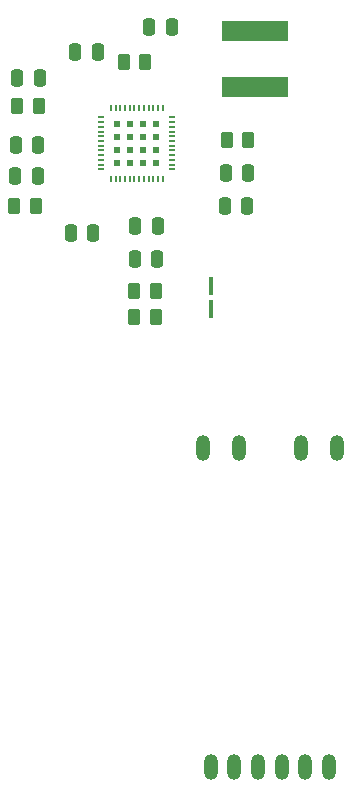
<source format=gbr>
%TF.GenerationSoftware,KiCad,Pcbnew,7.0.10*%
%TF.CreationDate,2025-01-07T15:59:30-07:00*%
%TF.ProjectId,HATA_ver_8.3.1,48415441-5f76-4657-925f-382e332e312e,8.3.1*%
%TF.SameCoordinates,Original*%
%TF.FileFunction,Paste,Bot*%
%TF.FilePolarity,Positive*%
%FSLAX46Y46*%
G04 Gerber Fmt 4.6, Leading zero omitted, Abs format (unit mm)*
G04 Created by KiCad (PCBNEW 7.0.10) date 2025-01-07 15:59:30*
%MOMM*%
%LPD*%
G01*
G04 APERTURE LIST*
G04 Aperture macros list*
%AMRoundRect*
0 Rectangle with rounded corners*
0 $1 Rounding radius*
0 $2 $3 $4 $5 $6 $7 $8 $9 X,Y pos of 4 corners*
0 Add a 4 corners polygon primitive as box body*
4,1,4,$2,$3,$4,$5,$6,$7,$8,$9,$2,$3,0*
0 Add four circle primitives for the rounded corners*
1,1,$1+$1,$2,$3*
1,1,$1+$1,$4,$5*
1,1,$1+$1,$6,$7*
1,1,$1+$1,$8,$9*
0 Add four rect primitives between the rounded corners*
20,1,$1+$1,$2,$3,$4,$5,0*
20,1,$1+$1,$4,$5,$6,$7,0*
20,1,$1+$1,$6,$7,$8,$9,0*
20,1,$1+$1,$8,$9,$2,$3,0*%
G04 Aperture macros list end*
%ADD10R,0.610000X0.190000*%
%ADD11R,0.190000X0.610000*%
%ADD12R,0.194000X0.626000*%
%ADD13R,0.600750X0.600750*%
%ADD14RoundRect,0.250000X-0.250000X-0.475000X0.250000X-0.475000X0.250000X0.475000X-0.250000X0.475000X0*%
%ADD15R,0.400000X1.500000*%
%ADD16RoundRect,0.250000X0.262500X0.450000X-0.262500X0.450000X-0.262500X-0.450000X0.262500X-0.450000X0*%
%ADD17RoundRect,0.250000X-0.262500X-0.450000X0.262500X-0.450000X0.262500X0.450000X-0.262500X0.450000X0*%
%ADD18RoundRect,0.250000X0.250000X0.475000X-0.250000X0.475000X-0.250000X-0.475000X0.250000X-0.475000X0*%
%ADD19R,5.700000X1.800000*%
%ADD20O,1.200000X2.200000*%
G04 APERTURE END LIST*
D10*
%TO.C,U4*%
X220610000Y-115900000D03*
X220610000Y-116300000D03*
X220610000Y-116700000D03*
X220610000Y-117100000D03*
X220610000Y-117500000D03*
X220610000Y-117900000D03*
X220610000Y-118300000D03*
X220610000Y-118700000D03*
X220610000Y-119100000D03*
X220610000Y-119500000D03*
X220610000Y-119900000D03*
X220610000Y-120300000D03*
D11*
X219810000Y-121100000D03*
X219410000Y-121100000D03*
X219010000Y-121100000D03*
X218610000Y-121100000D03*
X218210000Y-121100000D03*
X217810000Y-121100000D03*
X217410000Y-121100000D03*
X217010000Y-121100000D03*
X216610000Y-121100000D03*
X216210000Y-121100000D03*
X215810000Y-121100000D03*
X215410000Y-121100000D03*
D10*
X214610000Y-120300000D03*
X214610000Y-119900000D03*
X214610000Y-119500000D03*
X214610000Y-119100000D03*
X214610000Y-118700000D03*
X214610000Y-118300000D03*
X214610000Y-117900000D03*
X214610000Y-117500000D03*
X214610000Y-117100000D03*
X214610000Y-116700000D03*
X214610000Y-116300000D03*
X214610000Y-115900000D03*
D11*
X215410000Y-115100000D03*
D12*
X215810000Y-115100000D03*
D11*
X216210000Y-115100000D03*
X216610000Y-115100000D03*
X217010000Y-115100000D03*
X217410000Y-115100000D03*
X217810000Y-115100000D03*
X218210000Y-115100000D03*
X218610000Y-115100000D03*
X219010000Y-115100000D03*
X219410000Y-115100000D03*
X219810000Y-115100000D03*
D13*
X218166250Y-117543750D03*
X218166250Y-118656250D03*
X219278750Y-116431250D03*
X219278750Y-118656250D03*
X217053750Y-116431250D03*
X217053750Y-118656250D03*
X215941250Y-119768750D03*
X217053750Y-119768750D03*
X215941250Y-117543750D03*
X218166250Y-116431250D03*
X215941250Y-116431250D03*
X217053750Y-117543750D03*
X215941250Y-118656250D03*
X219278750Y-119768750D03*
X219278750Y-117543750D03*
X218166250Y-119768750D03*
%TD*%
D14*
%TO.C,C18*%
X207306250Y-120873750D03*
X209206250Y-120873750D03*
%TD*%
D15*
%TO.C,JP1*%
X223916250Y-132153750D03*
X223916250Y-130153750D03*
%TD*%
D14*
%TO.C,C13*%
X212016250Y-125693750D03*
X213916250Y-125693750D03*
%TD*%
D16*
%TO.C,R11*%
X219218750Y-132843750D03*
X217393750Y-132843750D03*
%TD*%
D17*
%TO.C,R16*%
X216523750Y-111183750D03*
X218348750Y-111183750D03*
%TD*%
D14*
%TO.C,C16*%
X207506250Y-112603750D03*
X209406250Y-112603750D03*
%TD*%
%TO.C,C9*%
X217426250Y-127883750D03*
X219326250Y-127883750D03*
%TD*%
%TO.C,C11*%
X218686250Y-108283750D03*
X220586250Y-108283750D03*
%TD*%
D17*
%TO.C,R15*%
X217391250Y-130623750D03*
X219216250Y-130623750D03*
%TD*%
D18*
%TO.C,C14*%
X226976250Y-123443750D03*
X225076250Y-123443750D03*
%TD*%
%TO.C,C15*%
X227026250Y-120623750D03*
X225126250Y-120623750D03*
%TD*%
D16*
%TO.C,R18*%
X209328750Y-114913750D03*
X207503750Y-114913750D03*
%TD*%
D17*
%TO.C,R17*%
X225213750Y-117833750D03*
X227038750Y-117833750D03*
%TD*%
D19*
%TO.C,L2*%
X227580000Y-108620000D03*
X227580000Y-113320000D03*
%TD*%
D14*
%TO.C,C17*%
X207356250Y-118253750D03*
X209256250Y-118253750D03*
%TD*%
D18*
%TO.C,C12*%
X219376250Y-125133750D03*
X217476250Y-125133750D03*
%TD*%
D17*
%TO.C,R19*%
X207253750Y-123363750D03*
X209078750Y-123363750D03*
%TD*%
D18*
%TO.C,C10*%
X214306250Y-110403750D03*
X212406250Y-110403750D03*
%TD*%
D20*
%TO.C,U1*%
X223880010Y-170899990D03*
X225880010Y-170899990D03*
X227880010Y-170899990D03*
X229880010Y-170899990D03*
X231880010Y-170899990D03*
X233880010Y-170899990D03*
X234530010Y-143899990D03*
X231530010Y-143899990D03*
X226230010Y-143899990D03*
X223230010Y-143899990D03*
%TD*%
M02*

</source>
